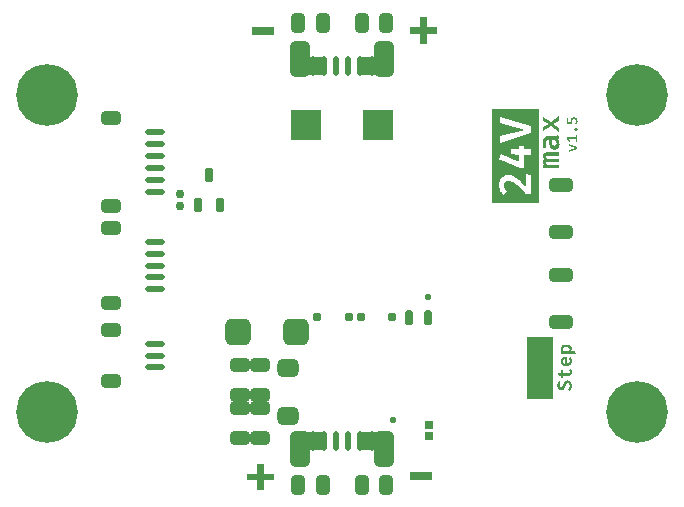
<source format=gts>
G04*
G04 #@! TF.GenerationSoftware,Altium Limited,Altium Designer,22.0.2 (36)*
G04*
G04 Layer_Color=8388736*
%FSLAX25Y25*%
%MOIN*%
G70*
G04*
G04 #@! TF.SameCoordinates,A7353FC2-99F2-474C-B2A2-24993EA34B63*
G04*
G04*
G04 #@! TF.FilePolarity,Negative*
G04*
G01*
G75*
G04:AMPARAMS|DCode=28|XSize=85.04mil|YSize=88.98mil|CornerRadius=21.26mil|HoleSize=0mil|Usage=FLASHONLY|Rotation=0.000|XOffset=0mil|YOffset=0mil|HoleType=Round|Shape=RoundedRectangle|*
%AMROUNDEDRECTD28*
21,1,0.08504,0.04646,0,0,0.0*
21,1,0.04252,0.08898,0,0,0.0*
1,1,0.04252,0.02126,-0.02323*
1,1,0.04252,-0.02126,-0.02323*
1,1,0.04252,-0.02126,0.02323*
1,1,0.04252,0.02126,0.02323*
%
%ADD28ROUNDEDRECTD28*%
G04:AMPARAMS|DCode=30|XSize=25mil|YSize=50mil|CornerRadius=6.25mil|HoleSize=0mil|Usage=FLASHONLY|Rotation=0.000|XOffset=0mil|YOffset=0mil|HoleType=Round|Shape=RoundedRectangle|*
%AMROUNDEDRECTD30*
21,1,0.02500,0.03750,0,0,0.0*
21,1,0.01250,0.05000,0,0,0.0*
1,1,0.01250,0.00625,-0.01875*
1,1,0.01250,-0.00625,-0.01875*
1,1,0.01250,-0.00625,0.01875*
1,1,0.01250,0.00625,0.01875*
%
%ADD30ROUNDEDRECTD30*%
G04:AMPARAMS|DCode=31|XSize=65mil|YSize=120mil|CornerRadius=16.25mil|HoleSize=0mil|Usage=FLASHONLY|Rotation=180.000|XOffset=0mil|YOffset=0mil|HoleType=Round|Shape=RoundedRectangle|*
%AMROUNDEDRECTD31*
21,1,0.06500,0.08750,0,0,180.0*
21,1,0.03250,0.12000,0,0,180.0*
1,1,0.03250,-0.01625,0.04375*
1,1,0.03250,0.01625,0.04375*
1,1,0.03250,0.01625,-0.04375*
1,1,0.03250,-0.01625,-0.04375*
%
%ADD31ROUNDEDRECTD31*%
%ADD32R,0.06500X0.06000*%
%ADD33R,0.07700X0.02500*%
%ADD34R,0.08900X0.21100*%
%ADD35R,0.10000X0.10000*%
G04:AMPARAMS|DCode=36|XSize=21.75mil|YSize=65.06mil|CornerRadius=6.94mil|HoleSize=0mil|Usage=FLASHONLY|Rotation=90.000|XOffset=0mil|YOffset=0mil|HoleType=Round|Shape=RoundedRectangle|*
%AMROUNDEDRECTD36*
21,1,0.02175,0.05118,0,0,90.0*
21,1,0.00787,0.06506,0,0,90.0*
1,1,0.01387,0.02559,0.00394*
1,1,0.01387,0.02559,-0.00394*
1,1,0.01387,-0.02559,-0.00394*
1,1,0.01387,-0.02559,0.00394*
%
%ADD36ROUNDEDRECTD36*%
G04:AMPARAMS|DCode=37|XSize=45.37mil|YSize=65.06mil|CornerRadius=12.84mil|HoleSize=0mil|Usage=FLASHONLY|Rotation=90.000|XOffset=0mil|YOffset=0mil|HoleType=Round|Shape=RoundedRectangle|*
%AMROUNDEDRECTD37*
21,1,0.04537,0.03937,0,0,90.0*
21,1,0.01968,0.06506,0,0,90.0*
1,1,0.02568,0.01968,0.00984*
1,1,0.02568,0.01968,-0.00984*
1,1,0.02568,-0.01968,-0.00984*
1,1,0.02568,-0.01968,0.00984*
%
%ADD37ROUNDEDRECTD37*%
G04:AMPARAMS|DCode=38|XSize=26mil|YSize=26mil|CornerRadius=8mil|HoleSize=0mil|Usage=FLASHONLY|Rotation=0.000|XOffset=0mil|YOffset=0mil|HoleType=Round|Shape=RoundedRectangle|*
%AMROUNDEDRECTD38*
21,1,0.02600,0.01000,0,0,0.0*
21,1,0.01000,0.02600,0,0,0.0*
1,1,0.01600,0.00500,-0.00500*
1,1,0.01600,-0.00500,-0.00500*
1,1,0.01600,-0.00500,0.00500*
1,1,0.01600,0.00500,0.00500*
%
%ADD38ROUNDEDRECTD38*%
G04:AMPARAMS|DCode=39|XSize=29.62mil|YSize=45.37mil|CornerRadius=8.91mil|HoleSize=0mil|Usage=FLASHONLY|Rotation=180.000|XOffset=0mil|YOffset=0mil|HoleType=Round|Shape=RoundedRectangle|*
%AMROUNDEDRECTD39*
21,1,0.02962,0.02756,0,0,180.0*
21,1,0.01181,0.04537,0,0,180.0*
1,1,0.01781,-0.00591,0.01378*
1,1,0.01781,0.00591,0.01378*
1,1,0.01781,0.00591,-0.01378*
1,1,0.01781,-0.00591,-0.01378*
%
%ADD39ROUNDEDRECTD39*%
G04:AMPARAMS|DCode=40|XSize=46mil|YSize=66mil|CornerRadius=13mil|HoleSize=0mil|Usage=FLASHONLY|Rotation=180.000|XOffset=0mil|YOffset=0mil|HoleType=Round|Shape=RoundedRectangle|*
%AMROUNDEDRECTD40*
21,1,0.04600,0.04000,0,0,180.0*
21,1,0.02000,0.06600,0,0,180.0*
1,1,0.02600,-0.01000,0.02000*
1,1,0.02600,0.01000,0.02000*
1,1,0.02600,0.01000,-0.02000*
1,1,0.02600,-0.01000,-0.02000*
%
%ADD40ROUNDEDRECTD40*%
G04:AMPARAMS|DCode=41|XSize=22mil|YSize=22mil|CornerRadius=11mil|HoleSize=0mil|Usage=FLASHONLY|Rotation=270.000|XOffset=0mil|YOffset=0mil|HoleType=Round|Shape=RoundedRectangle|*
%AMROUNDEDRECTD41*
21,1,0.02200,0.00000,0,0,270.0*
21,1,0.00000,0.02200,0,0,270.0*
1,1,0.02200,0.00000,0.00000*
1,1,0.02200,0.00000,0.00000*
1,1,0.02200,0.00000,0.00000*
1,1,0.02200,0.00000,0.00000*
%
%ADD41ROUNDEDRECTD41*%
G04:AMPARAMS|DCode=42|XSize=45.37mil|YSize=65.06mil|CornerRadius=12.84mil|HoleSize=0mil|Usage=FLASHONLY|Rotation=0.000|XOffset=0mil|YOffset=0mil|HoleType=Round|Shape=RoundedRectangle|*
%AMROUNDEDRECTD42*
21,1,0.04537,0.03937,0,0,0.0*
21,1,0.01968,0.06506,0,0,0.0*
1,1,0.02568,0.00984,-0.01968*
1,1,0.02568,-0.00984,-0.01968*
1,1,0.02568,-0.00984,0.01968*
1,1,0.02568,0.00984,0.01968*
%
%ADD42ROUNDEDRECTD42*%
G04:AMPARAMS|DCode=43|XSize=21.75mil|YSize=65.06mil|CornerRadius=6.94mil|HoleSize=0mil|Usage=FLASHONLY|Rotation=180.000|XOffset=0mil|YOffset=0mil|HoleType=Round|Shape=RoundedRectangle|*
%AMROUNDEDRECTD43*
21,1,0.02175,0.05118,0,0,180.0*
21,1,0.00787,0.06506,0,0,180.0*
1,1,0.01387,-0.00394,0.02559*
1,1,0.01387,0.00394,0.02559*
1,1,0.01387,0.00394,-0.02559*
1,1,0.01387,-0.00394,-0.02559*
%
%ADD43ROUNDEDRECTD43*%
%ADD44R,0.02568X0.02568*%
G04:AMPARAMS|DCode=45|XSize=46mil|YSize=80mil|CornerRadius=13mil|HoleSize=0mil|Usage=FLASHONLY|Rotation=90.000|XOffset=0mil|YOffset=0mil|HoleType=Round|Shape=RoundedRectangle|*
%AMROUNDEDRECTD45*
21,1,0.04600,0.05400,0,0,90.0*
21,1,0.02000,0.08000,0,0,90.0*
1,1,0.02600,0.02700,0.01000*
1,1,0.02600,0.02700,-0.01000*
1,1,0.02600,-0.02700,-0.01000*
1,1,0.02600,-0.02700,0.01000*
%
%ADD45ROUNDEDRECTD45*%
G04:AMPARAMS|DCode=46|XSize=65.06mil|YSize=45.37mil|CornerRadius=12.84mil|HoleSize=0mil|Usage=FLASHONLY|Rotation=180.000|XOffset=0mil|YOffset=0mil|HoleType=Round|Shape=RoundedRectangle|*
%AMROUNDEDRECTD46*
21,1,0.06506,0.01968,0,0,180.0*
21,1,0.03937,0.04537,0,0,180.0*
1,1,0.02568,-0.01968,0.00984*
1,1,0.02568,0.01968,0.00984*
1,1,0.02568,0.01968,-0.00984*
1,1,0.02568,-0.01968,-0.00984*
%
%ADD46ROUNDEDRECTD46*%
G04:AMPARAMS|DCode=47|XSize=61mil|YSize=71mil|CornerRadius=16.75mil|HoleSize=0mil|Usage=FLASHONLY|Rotation=90.000|XOffset=0mil|YOffset=0mil|HoleType=Round|Shape=RoundedRectangle|*
%AMROUNDEDRECTD47*
21,1,0.06100,0.03750,0,0,90.0*
21,1,0.02750,0.07100,0,0,90.0*
1,1,0.03350,0.01875,0.01375*
1,1,0.03350,0.01875,-0.01375*
1,1,0.03350,-0.01875,-0.01375*
1,1,0.03350,-0.01875,0.01375*
%
%ADD47ROUNDEDRECTD47*%
G04:AMPARAMS|DCode=48|XSize=25.68mil|YSize=29.62mil|CornerRadius=7.92mil|HoleSize=0mil|Usage=FLASHONLY|Rotation=90.000|XOffset=0mil|YOffset=0mil|HoleType=Round|Shape=RoundedRectangle|*
%AMROUNDEDRECTD48*
21,1,0.02568,0.01378,0,0,90.0*
21,1,0.00984,0.02962,0,0,90.0*
1,1,0.01584,0.00689,0.00492*
1,1,0.01584,0.00689,-0.00492*
1,1,0.01584,-0.00689,-0.00492*
1,1,0.01584,-0.00689,0.00492*
%
%ADD48ROUNDEDRECTD48*%
%ADD49C,0.20600*%
G36*
X65500Y16983D02*
X49854D01*
Y48156D01*
X65500D01*
Y16983D01*
D02*
G37*
G36*
X72378Y44332D02*
X70267Y43110D01*
X72378Y41899D01*
Y40521D01*
X69556Y42388D01*
X67012Y40732D01*
Y42154D01*
X68834Y43154D01*
X67012Y44154D01*
Y45520D01*
X69511Y43910D01*
X72378Y45765D01*
Y44332D01*
D02*
G37*
G36*
X72500Y39232D02*
Y39221D01*
X72489Y39188D01*
Y39143D01*
X72478Y39077D01*
X72456Y39010D01*
X72433Y38921D01*
X72378Y38732D01*
X72289Y38532D01*
X72167Y38332D01*
X72089Y38255D01*
X72000Y38177D01*
X71911Y38110D01*
X71800Y38066D01*
X71811Y38055D01*
X71856Y38032D01*
X71911Y37977D01*
X71989Y37910D01*
X72078Y37821D01*
X72156Y37710D01*
X72245Y37577D01*
X72322Y37421D01*
X72333Y37399D01*
X72344Y37343D01*
X72378Y37255D01*
X72411Y37132D01*
X72444Y36988D01*
X72467Y36821D01*
X72489Y36644D01*
X72500Y36455D01*
Y36377D01*
X72489Y36321D01*
Y36244D01*
X72478Y36166D01*
X72444Y35977D01*
X72389Y35766D01*
X72311Y35544D01*
X72200Y35333D01*
X72044Y35133D01*
X72033D01*
X72022Y35110D01*
X71956Y35055D01*
X71856Y34977D01*
X71711Y34888D01*
X71533Y34799D01*
X71322Y34722D01*
X71078Y34666D01*
X70945Y34655D01*
X70800Y34644D01*
X70789D01*
X70767D01*
X70722D01*
X70656Y34655D01*
X70589Y34666D01*
X70500Y34677D01*
X70311Y34733D01*
X70100Y34811D01*
X69989Y34866D01*
X69878Y34933D01*
X69778Y35010D01*
X69667Y35099D01*
X69567Y35199D01*
X69478Y35322D01*
X69467Y35333D01*
X69456Y35355D01*
X69434Y35388D01*
X69400Y35444D01*
X69367Y35522D01*
X69334Y35599D01*
X69289Y35699D01*
X69245Y35810D01*
X69200Y35944D01*
X69156Y36077D01*
X69123Y36233D01*
X69089Y36399D01*
X69056Y36588D01*
X69034Y36777D01*
X69011Y36988D01*
Y37843D01*
X68767D01*
X68745D01*
X68700D01*
X68623Y37832D01*
X68523Y37810D01*
X68423Y37777D01*
X68312Y37732D01*
X68223Y37666D01*
X68134Y37577D01*
X68123Y37566D01*
X68100Y37532D01*
X68067Y37466D01*
X68034Y37388D01*
X68001Y37277D01*
X67967Y37144D01*
X67945Y36988D01*
X67934Y36799D01*
Y36699D01*
X67945Y36621D01*
Y36533D01*
X67956Y36421D01*
X67978Y36310D01*
X68001Y36177D01*
Y36166D01*
X68012Y36110D01*
X68023Y36044D01*
X68045Y35944D01*
X68078Y35822D01*
X68111Y35677D01*
X68145Y35522D01*
X68189Y35355D01*
X67267Y35044D01*
Y35055D01*
X67245Y35088D01*
X67234Y35144D01*
X67200Y35221D01*
X67178Y35310D01*
X67145Y35410D01*
X67112Y35533D01*
X67067Y35666D01*
X67001Y35955D01*
X66934Y36277D01*
X66889Y36621D01*
X66878Y36966D01*
Y37066D01*
X66889Y37144D01*
Y37232D01*
X66901Y37332D01*
X66934Y37566D01*
X66989Y37832D01*
X67078Y38099D01*
X67200Y38355D01*
X67267Y38466D01*
X67356Y38577D01*
Y38588D01*
X67378Y38599D01*
X67445Y38666D01*
X67556Y38754D01*
X67700Y38855D01*
X67889Y38954D01*
X68123Y39043D01*
X68389Y39110D01*
X68545Y39121D01*
X68700Y39132D01*
X71022D01*
X71034D01*
X71067D01*
X71111D01*
X71167Y39143D01*
X71300Y39166D01*
X71356Y39177D01*
X71411Y39199D01*
X71433Y39210D01*
X71456Y39232D01*
X71478Y39266D01*
X71511Y39310D01*
X71544Y39366D01*
X71578Y39432D01*
X71611Y39521D01*
X72500Y39232D01*
D02*
G37*
G36*
X72378Y32588D02*
X68589D01*
X68567D01*
X68523D01*
X68456D01*
X68367Y32577D01*
X68189Y32566D01*
X68111Y32555D01*
X68056Y32533D01*
X68045D01*
X68034Y32522D01*
X67989Y32489D01*
X67945Y32433D01*
X67923Y32388D01*
Y32333D01*
X67934Y32277D01*
X67945Y32211D01*
X67978Y32122D01*
X68034Y32022D01*
X68111Y31911D01*
X68223Y31789D01*
X68367Y31677D01*
X72378D01*
Y30589D01*
X68589D01*
X68567D01*
X68523D01*
X68456D01*
X68367Y30578D01*
X68189Y30566D01*
X68111Y30555D01*
X68056Y30533D01*
X68045D01*
X68034Y30522D01*
X67989Y30489D01*
X67945Y30433D01*
X67923Y30389D01*
Y30333D01*
X67934Y30278D01*
X67945Y30211D01*
X67978Y30122D01*
X68034Y30022D01*
X68111Y29911D01*
X68223Y29789D01*
X68367Y29678D01*
X72378D01*
Y28500D01*
X67012D01*
Y29511D01*
X67567Y29566D01*
X67556D01*
X67512Y29589D01*
X67456Y29611D01*
X67389Y29655D01*
X67312Y29700D01*
X67223Y29766D01*
X67145Y29844D01*
X67067Y29944D01*
X67056Y29955D01*
X67034Y29989D01*
X67012Y30055D01*
X66967Y30133D01*
X66934Y30233D01*
X66912Y30344D01*
X66889Y30466D01*
X66878Y30611D01*
Y30678D01*
X66889Y30733D01*
X66912Y30855D01*
X66956Y31011D01*
X67034Y31166D01*
X67089Y31244D01*
X67145Y31322D01*
X67223Y31389D01*
X67312Y31444D01*
X67412Y31500D01*
X67523Y31533D01*
X67512Y31544D01*
X67478Y31555D01*
X67423Y31589D01*
X67356Y31633D01*
X67289Y31688D01*
X67212Y31755D01*
X67134Y31844D01*
X67067Y31944D01*
X67056Y31955D01*
X67034Y32000D01*
X67012Y32055D01*
X66967Y32144D01*
X66934Y32244D01*
X66912Y32366D01*
X66889Y32489D01*
X66878Y32633D01*
Y32722D01*
X66901Y32811D01*
X66923Y32933D01*
X66967Y33066D01*
X67034Y33200D01*
X67123Y33333D01*
X67245Y33455D01*
X67256Y33466D01*
X67312Y33500D01*
X67400Y33555D01*
X67523Y33611D01*
X67689Y33655D01*
X67901Y33711D01*
X68145Y33744D01*
X68278Y33755D01*
X68434D01*
X72378D01*
Y32588D01*
D02*
G37*
G36*
X28336Y75590D02*
X31649D01*
Y73350D01*
X28336D01*
Y70000D01*
X26041D01*
Y73350D01*
X22727D01*
Y75590D01*
X26041D01*
Y78959D01*
X28336D01*
Y75590D01*
D02*
G37*
G36*
X74828Y-30331D02*
X74902D01*
X74983Y-30346D01*
X75072Y-30353D01*
X75175Y-30368D01*
X75390Y-30413D01*
X75619Y-30479D01*
X75730Y-30516D01*
X75841Y-30568D01*
X75945Y-30620D01*
X76049Y-30686D01*
X76056Y-30694D01*
X76071Y-30701D01*
X76093Y-30723D01*
X76130Y-30753D01*
X76167Y-30790D01*
X76211Y-30834D01*
X76256Y-30886D01*
X76308Y-30945D01*
X76352Y-31019D01*
X76404Y-31093D01*
X76448Y-31182D01*
X76485Y-31271D01*
X76522Y-31375D01*
X76544Y-31486D01*
X76559Y-31597D01*
X76567Y-31722D01*
Y-31774D01*
X76559Y-31811D01*
X76552Y-31863D01*
X76544Y-31915D01*
X76522Y-32033D01*
X76478Y-32166D01*
X76411Y-32300D01*
X76367Y-32366D01*
X76315Y-32425D01*
X76263Y-32477D01*
X76197Y-32529D01*
X77802D01*
X77891Y-33395D01*
X72911D01*
Y-32633D01*
X73348Y-32603D01*
X73340Y-32596D01*
X73311Y-32581D01*
X73266Y-32559D01*
X73214Y-32514D01*
X73148Y-32462D01*
X73089Y-32403D01*
X73029Y-32322D01*
X72970Y-32226D01*
X72963Y-32211D01*
X72948Y-32181D01*
X72926Y-32122D01*
X72896Y-32048D01*
X72867Y-31959D01*
X72844Y-31863D01*
X72830Y-31752D01*
X72822Y-31641D01*
Y-31582D01*
X72837Y-31523D01*
X72852Y-31434D01*
X72881Y-31338D01*
X72918Y-31227D01*
X72978Y-31108D01*
X73052Y-30982D01*
X73155Y-30857D01*
X73274Y-30738D01*
X73348Y-30686D01*
X73429Y-30627D01*
X73518Y-30575D01*
X73607Y-30531D01*
X73710Y-30487D01*
X73821Y-30442D01*
X73940Y-30413D01*
X74073Y-30383D01*
X74213Y-30353D01*
X74361Y-30339D01*
X74517Y-30324D01*
X74687D01*
X74694D01*
X74724D01*
X74768D01*
X74828Y-30331D01*
D02*
G37*
G36*
X74791Y-34357D02*
X74857Y-34364D01*
X74998Y-34379D01*
Y-36658D01*
X75005D01*
X75013D01*
X75035Y-36651D01*
X75064D01*
X75138Y-36636D01*
X75235Y-36614D01*
X75338Y-36577D01*
X75449Y-36532D01*
X75553Y-36473D01*
X75649Y-36392D01*
X75656Y-36377D01*
X75686Y-36347D01*
X75723Y-36296D01*
X75760Y-36222D01*
X75804Y-36133D01*
X75841Y-36029D01*
X75871Y-35918D01*
X75878Y-35785D01*
Y-35748D01*
X75871Y-35696D01*
Y-35637D01*
X75864Y-35570D01*
X75849Y-35496D01*
X75812Y-35341D01*
X75804Y-35334D01*
X75797Y-35304D01*
X75782Y-35260D01*
X75753Y-35200D01*
X75723Y-35134D01*
X75679Y-35052D01*
X75634Y-34956D01*
X75575Y-34860D01*
X76100Y-34497D01*
X76108Y-34512D01*
X76137Y-34542D01*
X76182Y-34601D01*
X76234Y-34675D01*
X76293Y-34764D01*
X76352Y-34875D01*
X76411Y-34986D01*
X76456Y-35112D01*
X76463Y-35126D01*
X76470Y-35171D01*
X76493Y-35237D01*
X76507Y-35326D01*
X76530Y-35430D01*
X76552Y-35548D01*
X76559Y-35681D01*
X76567Y-35815D01*
Y-35896D01*
X76559Y-35948D01*
X76552Y-36022D01*
X76537Y-36096D01*
X76522Y-36185D01*
X76500Y-36281D01*
X76478Y-36384D01*
X76441Y-36488D01*
X76404Y-36592D01*
X76352Y-36703D01*
X76293Y-36806D01*
X76226Y-36910D01*
X76145Y-37006D01*
X76056Y-37095D01*
X76049Y-37102D01*
X76034Y-37117D01*
X76004Y-37139D01*
X75960Y-37161D01*
X75908Y-37198D01*
X75849Y-37235D01*
X75775Y-37280D01*
X75693Y-37317D01*
X75605Y-37361D01*
X75501Y-37406D01*
X75390Y-37443D01*
X75264Y-37472D01*
X75138Y-37502D01*
X74998Y-37524D01*
X74850Y-37539D01*
X74694Y-37546D01*
X74687D01*
X74672D01*
X74643D01*
X74606D01*
X74561Y-37539D01*
X74502D01*
X74376Y-37524D01*
X74228Y-37502D01*
X74073Y-37465D01*
X73903Y-37420D01*
X73740Y-37354D01*
X73732D01*
X73718Y-37346D01*
X73695Y-37332D01*
X73666Y-37317D01*
X73592Y-37272D01*
X73496Y-37206D01*
X73385Y-37124D01*
X73274Y-37028D01*
X73163Y-36917D01*
X73066Y-36784D01*
Y-36777D01*
X73059Y-36769D01*
X73044Y-36747D01*
X73029Y-36717D01*
X72992Y-36636D01*
X72941Y-36532D01*
X72896Y-36407D01*
X72859Y-36251D01*
X72830Y-36088D01*
X72822Y-35903D01*
Y-35837D01*
X72830Y-35785D01*
X72837Y-35726D01*
X72844Y-35652D01*
X72859Y-35578D01*
X72881Y-35489D01*
X72941Y-35311D01*
X72978Y-35215D01*
X73022Y-35119D01*
X73081Y-35030D01*
X73148Y-34941D01*
X73222Y-34853D01*
X73303Y-34771D01*
X73311Y-34764D01*
X73325Y-34756D01*
X73355Y-34734D01*
X73392Y-34705D01*
X73436Y-34675D01*
X73496Y-34638D01*
X73570Y-34601D01*
X73644Y-34557D01*
X73732Y-34520D01*
X73836Y-34483D01*
X73940Y-34446D01*
X74058Y-34416D01*
X74184Y-34386D01*
X74317Y-34364D01*
X74458Y-34357D01*
X74606Y-34349D01*
X74613D01*
X74643D01*
X74680D01*
X74731D01*
X74791Y-34357D01*
D02*
G37*
G36*
X76271Y-38397D02*
X76293Y-38427D01*
X76315Y-38479D01*
X76352Y-38538D01*
X76389Y-38612D01*
X76426Y-38701D01*
X76463Y-38789D01*
X76493Y-38893D01*
Y-38908D01*
X76507Y-38937D01*
X76515Y-38989D01*
X76530Y-39063D01*
X76544Y-39145D01*
X76552Y-39241D01*
X76567Y-39344D01*
Y-39515D01*
X76559Y-39559D01*
Y-39611D01*
X76552Y-39670D01*
X76530Y-39811D01*
X76485Y-39966D01*
X76433Y-40121D01*
X76352Y-40277D01*
X76308Y-40351D01*
X76248Y-40417D01*
X76241D01*
X76234Y-40432D01*
X76189Y-40469D01*
X76115Y-40521D01*
X76019Y-40580D01*
X75893Y-40647D01*
X75745Y-40699D01*
X75575Y-40736D01*
X75479Y-40743D01*
X75375Y-40750D01*
X73577D01*
Y-41520D01*
X72911D01*
Y-40750D01*
X72149D01*
X72053Y-39892D01*
X72911D01*
Y-38723D01*
X73577Y-38812D01*
Y-39892D01*
X75368D01*
X75383D01*
X75412D01*
X75457Y-39885D01*
X75508Y-39877D01*
X75575Y-39862D01*
X75634Y-39840D01*
X75693Y-39811D01*
X75745Y-39766D01*
X75753Y-39759D01*
X75760Y-39744D01*
X75782Y-39714D01*
X75804Y-39670D01*
X75827Y-39611D01*
X75841Y-39537D01*
X75856Y-39455D01*
X75864Y-39352D01*
Y-39293D01*
X75856Y-39233D01*
X75841Y-39145D01*
X75819Y-39048D01*
X75790Y-38930D01*
X75745Y-38812D01*
X75686Y-38686D01*
X76263Y-38390D01*
X76271Y-38397D01*
D02*
G37*
G36*
X75301Y-42275D02*
X75397Y-42297D01*
X75516Y-42319D01*
X75642Y-42356D01*
X75775Y-42408D01*
X75901Y-42482D01*
X75915Y-42489D01*
X75952Y-42519D01*
X76012Y-42571D01*
X76078Y-42637D01*
X76160Y-42726D01*
X76241Y-42837D01*
X76322Y-42963D01*
X76396Y-43104D01*
Y-43111D01*
X76404Y-43118D01*
X76411Y-43148D01*
X76426Y-43178D01*
X76433Y-43215D01*
X76448Y-43259D01*
X76478Y-43377D01*
X76515Y-43518D01*
X76537Y-43681D01*
X76559Y-43858D01*
X76567Y-44058D01*
Y-44103D01*
X76559Y-44162D01*
Y-44236D01*
X76544Y-44325D01*
X76530Y-44428D01*
X76515Y-44547D01*
X76485Y-44672D01*
X76448Y-44813D01*
X76404Y-44954D01*
X76352Y-45094D01*
X76293Y-45235D01*
X76219Y-45383D01*
X76130Y-45523D01*
X76026Y-45657D01*
X75915Y-45782D01*
X75375Y-45301D01*
X75383Y-45294D01*
X75397Y-45279D01*
X75420Y-45250D01*
X75449Y-45205D01*
X75486Y-45153D01*
X75531Y-45094D01*
X75568Y-45020D01*
X75612Y-44946D01*
X75664Y-44857D01*
X75701Y-44761D01*
X75782Y-44547D01*
X75812Y-44436D01*
X75834Y-44310D01*
X75849Y-44191D01*
X75856Y-44058D01*
Y-43992D01*
X75849Y-43925D01*
X75834Y-43836D01*
X75812Y-43740D01*
X75782Y-43636D01*
X75745Y-43533D01*
X75686Y-43437D01*
X75679Y-43429D01*
X75656Y-43400D01*
X75612Y-43363D01*
X75560Y-43311D01*
X75486Y-43266D01*
X75405Y-43229D01*
X75301Y-43200D01*
X75190Y-43192D01*
X75183D01*
X75161D01*
X75124D01*
X75079Y-43200D01*
X74983Y-43222D01*
X74887Y-43266D01*
X74879D01*
X74865Y-43281D01*
X74842Y-43296D01*
X74813Y-43326D01*
X74776Y-43355D01*
X74739Y-43400D01*
X74694Y-43451D01*
X74657Y-43518D01*
X74650Y-43525D01*
X74643Y-43555D01*
X74620Y-43592D01*
X74591Y-43659D01*
X74561Y-43733D01*
X74524Y-43829D01*
X74487Y-43940D01*
X74450Y-44066D01*
Y-44073D01*
X74443Y-44095D01*
X74428Y-44140D01*
X74406Y-44191D01*
X74384Y-44251D01*
X74361Y-44325D01*
X74332Y-44406D01*
X74295Y-44495D01*
X74213Y-44680D01*
X74125Y-44865D01*
X74014Y-45042D01*
X73962Y-45124D01*
X73903Y-45198D01*
X73895Y-45205D01*
X73888Y-45213D01*
X73843Y-45257D01*
X73769Y-45316D01*
X73673Y-45383D01*
X73547Y-45449D01*
X73399Y-45509D01*
X73237Y-45553D01*
X73140Y-45560D01*
X73044Y-45568D01*
X73037D01*
X73029D01*
X73007D01*
X72978D01*
X72911Y-45553D01*
X72822Y-45538D01*
X72719Y-45516D01*
X72600Y-45479D01*
X72489Y-45427D01*
X72378Y-45361D01*
X72363Y-45353D01*
X72326Y-45324D01*
X72275Y-45272D01*
X72208Y-45205D01*
X72134Y-45124D01*
X72060Y-45028D01*
X71993Y-44909D01*
X71927Y-44783D01*
Y-44776D01*
X71919Y-44769D01*
X71912Y-44746D01*
X71905Y-44717D01*
X71875Y-44643D01*
X71845Y-44539D01*
X71816Y-44421D01*
X71786Y-44280D01*
X71771Y-44125D01*
X71764Y-43955D01*
Y-43910D01*
X71771Y-43866D01*
Y-43799D01*
X71779Y-43718D01*
X71794Y-43622D01*
X71816Y-43518D01*
X71838Y-43407D01*
X71868Y-43281D01*
X71912Y-43155D01*
X71956Y-43022D01*
X72016Y-42896D01*
X72082Y-42763D01*
X72164Y-42630D01*
X72260Y-42504D01*
X72363Y-42378D01*
X72881Y-42837D01*
X72874Y-42845D01*
X72867Y-42859D01*
X72844Y-42889D01*
X72822Y-42926D01*
X72785Y-42970D01*
X72756Y-43022D01*
X72719Y-43089D01*
X72682Y-43155D01*
X72608Y-43318D01*
X72541Y-43496D01*
X72497Y-43696D01*
X72489Y-43799D01*
X72482Y-43910D01*
Y-43969D01*
X72489Y-44029D01*
X72497Y-44103D01*
X72519Y-44191D01*
X72541Y-44288D01*
X72578Y-44376D01*
X72622Y-44458D01*
X72630Y-44465D01*
X72645Y-44487D01*
X72674Y-44524D01*
X72719Y-44554D01*
X72770Y-44591D01*
X72837Y-44628D01*
X72911Y-44650D01*
X73000Y-44658D01*
X73007D01*
X73022D01*
X73052Y-44650D01*
X73089D01*
X73177Y-44621D01*
X73222Y-44606D01*
X73266Y-44576D01*
X73274Y-44569D01*
X73288Y-44561D01*
X73303Y-44539D01*
X73333Y-44502D01*
X73362Y-44465D01*
X73399Y-44413D01*
X73436Y-44347D01*
X73473Y-44273D01*
X73481Y-44265D01*
X73488Y-44236D01*
X73510Y-44184D01*
X73540Y-44117D01*
X73570Y-44029D01*
X73607Y-43918D01*
X73651Y-43792D01*
X73695Y-43651D01*
Y-43644D01*
X73703Y-43622D01*
X73718Y-43585D01*
X73732Y-43540D01*
X73755Y-43488D01*
X73777Y-43422D01*
X73836Y-43274D01*
X73910Y-43111D01*
X73999Y-42941D01*
X74102Y-42778D01*
X74221Y-42630D01*
Y-42623D01*
X74236Y-42615D01*
X74280Y-42571D01*
X74354Y-42512D01*
X74458Y-42445D01*
X74583Y-42378D01*
X74746Y-42327D01*
X74931Y-42282D01*
X75035Y-42275D01*
X75146Y-42267D01*
X75153D01*
X75168D01*
X75190D01*
X75220D01*
X75301Y-42275D01*
D02*
G37*
G36*
X77390Y45422D02*
X77429D01*
X77512Y45405D01*
X77612Y45389D01*
X77717Y45361D01*
X77828Y45322D01*
X77934Y45267D01*
X77939D01*
X77945Y45261D01*
X77978Y45239D01*
X78028Y45200D01*
X78089Y45156D01*
X78156Y45089D01*
X78228Y45011D01*
X78294Y44923D01*
X78356Y44823D01*
Y44817D01*
X78361Y44811D01*
X78367Y44795D01*
X78378Y44773D01*
X78400Y44712D01*
X78428Y44634D01*
X78456Y44540D01*
X78478Y44423D01*
X78494Y44301D01*
X78500Y44162D01*
Y44134D01*
X78494Y44101D01*
Y44057D01*
X78483Y44001D01*
X78472Y43935D01*
X78461Y43863D01*
X78439Y43785D01*
X78411Y43701D01*
X78383Y43613D01*
X78345Y43524D01*
X78294Y43435D01*
X78239Y43341D01*
X78178Y43252D01*
X78100Y43163D01*
X78017Y43080D01*
X77656Y43457D01*
X77662Y43463D01*
X77667Y43474D01*
X77684Y43491D01*
X77706Y43513D01*
X77728Y43541D01*
X77756Y43574D01*
X77817Y43657D01*
X77878Y43763D01*
X77928Y43879D01*
X77950Y43940D01*
X77961Y44007D01*
X77973Y44073D01*
X77978Y44140D01*
Y44151D01*
X77973Y44190D01*
X77967Y44240D01*
X77956Y44306D01*
X77934Y44379D01*
X77906Y44451D01*
X77862Y44523D01*
X77806Y44589D01*
X77795Y44595D01*
X77773Y44617D01*
X77734Y44645D01*
X77679Y44673D01*
X77606Y44706D01*
X77517Y44728D01*
X77418Y44750D01*
X77301Y44756D01*
X77296D01*
X77284D01*
X77268D01*
X77246D01*
X77190Y44750D01*
X77118Y44739D01*
X77040Y44723D01*
X76963Y44695D01*
X76890Y44662D01*
X76829Y44617D01*
X76824Y44612D01*
X76807Y44595D01*
X76779Y44562D01*
X76752Y44523D01*
X76729Y44467D01*
X76702Y44406D01*
X76685Y44334D01*
X76679Y44251D01*
Y44212D01*
X76685Y44184D01*
X76691Y44118D01*
X76707Y44034D01*
Y44029D01*
X76713Y44018D01*
X76718Y43996D01*
X76729Y43962D01*
X76740Y43929D01*
X76757Y43885D01*
X76796Y43785D01*
Y43319D01*
X74964D01*
Y45311D01*
X75470Y45233D01*
Y43940D01*
X76313D01*
X76308Y43951D01*
X76291Y43973D01*
X76274Y44018D01*
X76247Y44079D01*
X76224Y44151D01*
X76208Y44234D01*
X76191Y44334D01*
X76186Y44445D01*
Y44495D01*
X76191Y44545D01*
X76202Y44617D01*
X76219Y44695D01*
X76247Y44778D01*
X76280Y44867D01*
X76324Y44950D01*
X76330Y44961D01*
X76346Y44989D01*
X76380Y45028D01*
X76424Y45078D01*
X76480Y45133D01*
X76546Y45195D01*
X76624Y45250D01*
X76713Y45300D01*
X76724Y45305D01*
X76757Y45322D01*
X76807Y45339D01*
X76879Y45366D01*
X76968Y45389D01*
X77068Y45405D01*
X77179Y45422D01*
X77301Y45428D01*
X77307D01*
X77318D01*
X77334D01*
X77362D01*
X77390Y45422D01*
D02*
G37*
G36*
X78056Y41803D02*
X78106Y41792D01*
X78167Y41770D01*
X78228Y41748D01*
X78289Y41709D01*
X78350Y41659D01*
X78356Y41654D01*
X78372Y41631D01*
X78400Y41598D01*
X78422Y41559D01*
X78450Y41504D01*
X78478Y41437D01*
X78494Y41365D01*
X78500Y41287D01*
Y41248D01*
X78494Y41210D01*
X78483Y41160D01*
X78461Y41099D01*
X78439Y41037D01*
X78400Y40977D01*
X78350Y40915D01*
X78345Y40910D01*
X78322Y40893D01*
X78289Y40865D01*
X78245Y40843D01*
X78195Y40815D01*
X78128Y40788D01*
X78056Y40771D01*
X77978Y40766D01*
X77967D01*
X77945D01*
X77906Y40771D01*
X77856Y40782D01*
X77795Y40804D01*
X77740Y40827D01*
X77679Y40865D01*
X77617Y40915D01*
X77612Y40921D01*
X77595Y40943D01*
X77567Y40977D01*
X77540Y41021D01*
X77517Y41071D01*
X77490Y41137D01*
X77473Y41210D01*
X77468Y41287D01*
Y41326D01*
X77473Y41365D01*
X77484Y41415D01*
X77506Y41476D01*
X77529Y41537D01*
X77567Y41598D01*
X77617Y41659D01*
X77623Y41665D01*
X77645Y41681D01*
X77679Y41709D01*
X77717Y41737D01*
X77773Y41759D01*
X77834Y41787D01*
X77900Y41803D01*
X77978Y41809D01*
X77989D01*
X78017D01*
X78056Y41803D01*
D02*
G37*
G36*
X78439Y37319D02*
X77917D01*
Y38146D01*
X75625D01*
X76080Y37430D01*
X75636Y37164D01*
X74964Y38235D01*
Y38790D01*
X77917D01*
Y39461D01*
X78439D01*
Y37319D01*
D02*
G37*
G36*
Y35637D02*
Y34933D01*
X75758Y34000D01*
Y34683D01*
X77884Y35293D01*
X75758Y35915D01*
Y36570D01*
X78439Y35637D01*
D02*
G37*
G36*
X-26041Y-73350D02*
X-22727D01*
Y-75590D01*
X-26041D01*
Y-78959D01*
X-28336D01*
Y-75590D01*
X-31649D01*
Y-73350D01*
X-28336D01*
Y-70000D01*
X-26041D01*
Y-73350D01*
D02*
G37*
%LPC*%
G36*
X63000Y45656D02*
Y42391D01*
X52571Y45656D01*
D01*
Y36976D01*
X63000Y40242D01*
Y36976D01*
X52571D01*
X63000D01*
Y45656D01*
D02*
G37*
G36*
Y35960D02*
Y34744D01*
X60668D01*
Y35960D01*
X59102D01*
Y34744D01*
X56403D01*
Y33045D01*
X59102Y32878D01*
Y30679D01*
X52971Y33244D01*
X52354Y31629D01*
X59351Y28646D01*
X52354D01*
Y31629D01*
Y28646D01*
X63000D01*
D01*
X60668D01*
Y32861D01*
X63000D01*
Y35960D01*
D02*
G37*
G36*
Y26480D02*
Y26281D01*
X61401Y26480D01*
D01*
Y21882D01*
X61167Y22182D01*
X60934Y22466D01*
X60718Y22732D01*
X60501Y22982D01*
X60301Y23215D01*
X60101Y23432D01*
X59918Y23615D01*
X59768Y23798D01*
X59618Y23948D01*
X59485Y24081D01*
X59368Y24198D01*
X59268Y24298D01*
X59185Y24365D01*
X59135Y24415D01*
X59102Y24448D01*
X59085Y24465D01*
X58702Y24798D01*
X58335Y25064D01*
X58019Y25298D01*
X57735Y25498D01*
X57502Y25631D01*
X57319Y25731D01*
X57252Y25764D01*
X57202Y25798D01*
X57186Y25814D01*
X57169D01*
X56836Y25964D01*
X56519Y26064D01*
X56219Y26147D01*
X55936Y26197D01*
X55703Y26231D01*
X55536Y26247D01*
X55453D01*
X55403D01*
X55386D01*
X55370D01*
X55070Y26231D01*
X54787Y26181D01*
X54520Y26114D01*
X54303Y26047D01*
X54120Y25981D01*
X53970Y25914D01*
X53887Y25864D01*
X53854Y25847D01*
X53604Y25681D01*
X53404Y25498D01*
X53204Y25298D01*
X53054Y25114D01*
X52937Y24948D01*
X52837Y24814D01*
X52787Y24715D01*
X52771Y24698D01*
Y24681D01*
X52637Y24381D01*
X52538Y24081D01*
X52471Y23782D01*
X52421Y23498D01*
X52388Y23248D01*
X52371Y23049D01*
Y22882D01*
X52388Y22482D01*
X52438Y22116D01*
X52504Y21782D01*
X52571Y21499D01*
X52654Y21266D01*
X52721Y21099D01*
X52754Y21033D01*
X52771Y20983D01*
X52787Y20966D01*
Y20949D01*
X52954Y20650D01*
X53154Y20383D01*
X53370Y20133D01*
X53587Y19917D01*
X53787Y19733D01*
X53937Y19600D01*
X54004Y19550D01*
X54054Y19517D01*
X54070Y19483D01*
X52371D01*
X63000D01*
Y26480D01*
D02*
G37*
%LPD*%
G36*
X61084Y41341D02*
X52571Y39059D01*
Y43657D01*
X61084Y41341D01*
D02*
G37*
G36*
X55736Y24248D02*
X56003Y24198D01*
X56253Y24148D01*
X56469Y24081D01*
X56652Y23998D01*
X56802Y23948D01*
X56886Y23898D01*
X56902Y23882D01*
X56919D01*
X57186Y23715D01*
X57486Y23532D01*
X57769Y23315D01*
X58052Y23099D01*
X58285Y22899D01*
X58485Y22732D01*
X58552Y22665D01*
X58602Y22615D01*
X58635Y22599D01*
X58652Y22582D01*
X58852Y22399D01*
X59068Y22199D01*
X59535Y21732D01*
X60018Y21266D01*
X60484Y20799D01*
X60701Y20566D01*
X60901Y20366D01*
X61084Y20183D01*
X61234Y20016D01*
X61367Y19883D01*
X61467Y19783D01*
X61534Y19717D01*
X61551Y19700D01*
X63000D01*
Y19483D01*
X54087D01*
X55036Y20716D01*
X54820Y20916D01*
X54653Y21099D01*
X54503Y21266D01*
X54387Y21416D01*
X54303Y21532D01*
X54254Y21616D01*
X54220Y21682D01*
X54203Y21699D01*
X54120Y21866D01*
X54070Y22049D01*
X54020Y22232D01*
X54004Y22399D01*
X53987Y22549D01*
X53970Y22665D01*
Y22765D01*
X53987Y23015D01*
X54037Y23232D01*
X54104Y23415D01*
X54170Y23582D01*
X54237Y23698D01*
X54303Y23798D01*
X54353Y23848D01*
X54370Y23865D01*
X54537Y23998D01*
X54703Y24098D01*
X54887Y24165D01*
X55070Y24215D01*
X55220Y24248D01*
X55353Y24265D01*
X55436D01*
X55470D01*
X55736Y24248D01*
D02*
G37*
%LPC*%
G36*
X70911Y37843D02*
X69889D01*
Y37221D01*
X69900Y37088D01*
X69923Y36944D01*
X69945Y36766D01*
X69989Y36599D01*
X70045Y36444D01*
X70122Y36310D01*
X70134Y36299D01*
X70167Y36266D01*
X70211Y36210D01*
X70289Y36155D01*
X70378Y36099D01*
X70489Y36044D01*
X70622Y36010D01*
X70767Y35999D01*
X70778D01*
X70833D01*
X70900Y36010D01*
X70978Y36021D01*
X71067Y36044D01*
X71167Y36077D01*
X71256Y36121D01*
X71333Y36188D01*
X71345Y36199D01*
X71367Y36221D01*
X71389Y36277D01*
X71422Y36332D01*
X71467Y36421D01*
X71489Y36521D01*
X71511Y36644D01*
X71522Y36777D01*
Y36832D01*
X71511Y36888D01*
X71500Y36966D01*
X71478Y37066D01*
X71456Y37166D01*
X71411Y37266D01*
X71356Y37377D01*
X71345Y37388D01*
X71322Y37421D01*
X71289Y37477D01*
X71233Y37543D01*
X71178Y37621D01*
X71100Y37699D01*
X71011Y37777D01*
X70911Y37843D01*
D02*
G37*
G36*
X74805Y-31227D02*
X74694D01*
X74687D01*
X74665D01*
X74635D01*
X74591D01*
X74539Y-31234D01*
X74480D01*
X74339Y-31249D01*
X74191Y-31264D01*
X74043Y-31293D01*
X73903Y-31330D01*
X73836Y-31352D01*
X73784Y-31382D01*
X73769Y-31389D01*
X73740Y-31412D01*
X73695Y-31449D01*
X73644Y-31500D01*
X73599Y-31560D01*
X73555Y-31641D01*
X73525Y-31737D01*
X73510Y-31841D01*
Y-31878D01*
X73518Y-31915D01*
X73525Y-31967D01*
X73540Y-32026D01*
X73562Y-32092D01*
X73592Y-32159D01*
X73636Y-32226D01*
X73644Y-32233D01*
X73658Y-32255D01*
X73688Y-32285D01*
X73725Y-32329D01*
X73769Y-32381D01*
X73821Y-32425D01*
X73888Y-32477D01*
X73954Y-32529D01*
X75538D01*
X75553Y-32522D01*
X75590Y-32485D01*
X75649Y-32440D01*
X75708Y-32366D01*
X75767Y-32285D01*
X75827Y-32174D01*
X75864Y-32055D01*
X75871Y-31989D01*
X75878Y-31915D01*
Y-31900D01*
X75871Y-31856D01*
X75864Y-31796D01*
X75841Y-31722D01*
X75812Y-31641D01*
X75760Y-31552D01*
X75693Y-31478D01*
X75605Y-31404D01*
X75590Y-31397D01*
X75553Y-31375D01*
X75479Y-31345D01*
X75383Y-31315D01*
X75323Y-31301D01*
X75257Y-31286D01*
X75183Y-31271D01*
X75101Y-31256D01*
X75013Y-31241D01*
X74916Y-31234D01*
X74805Y-31227D01*
D02*
G37*
G36*
X74376Y-35193D02*
X74369D01*
X74361D01*
X74339D01*
X74310Y-35200D01*
X74236Y-35208D01*
X74139Y-35223D01*
X74043Y-35245D01*
X73932Y-35282D01*
X73829Y-35334D01*
X73732Y-35393D01*
X73725Y-35400D01*
X73695Y-35422D01*
X73658Y-35467D01*
X73607Y-35526D01*
X73562Y-35593D01*
X73525Y-35681D01*
X73496Y-35785D01*
X73488Y-35903D01*
Y-35955D01*
X73503Y-36014D01*
X73518Y-36088D01*
X73547Y-36170D01*
X73584Y-36259D01*
X73644Y-36347D01*
X73725Y-36429D01*
X73732Y-36436D01*
X73769Y-36458D01*
X73821Y-36495D01*
X73895Y-36532D01*
X73991Y-36577D01*
X74102Y-36614D01*
X74228Y-36643D01*
X74376Y-36666D01*
Y-35193D01*
D02*
G37*
%LPD*%
D28*
X-34646Y-26000D02*
D03*
X-15354D02*
D03*
D30*
X28547Y-21500D02*
D03*
X22454D02*
D03*
D31*
X14000Y-65000D02*
D03*
X-14000D02*
D03*
X14000Y65000D02*
D03*
X-14000D02*
D03*
D32*
X-9250Y-62500D02*
D03*
X9250D02*
D03*
Y62500D02*
D03*
X-9250D02*
D03*
D33*
X26350Y-74250D02*
D03*
X-26350Y74250D02*
D03*
D34*
X66141Y-38033D02*
D03*
D35*
X12000Y43000D02*
D03*
X-12000D02*
D03*
D36*
X-62500Y20689D02*
D03*
Y40374D02*
D03*
Y36437D02*
D03*
Y28563D02*
D03*
Y32500D02*
D03*
Y24626D02*
D03*
Y-30063D02*
D03*
Y-34000D02*
D03*
Y-37937D02*
D03*
Y-11874D02*
D03*
Y-4000D02*
D03*
Y-7937D02*
D03*
Y-63D02*
D03*
Y3874D02*
D03*
D37*
X-77000Y16000D02*
D03*
Y45063D02*
D03*
Y-25500D02*
D03*
Y-42500D02*
D03*
Y8500D02*
D03*
Y-16500D02*
D03*
D38*
X-54000Y19700D02*
D03*
Y15700D02*
D03*
D39*
X-48040Y16295D02*
D03*
X-40560D02*
D03*
X-44300Y26105D02*
D03*
D40*
X6500Y-77000D02*
D03*
X-6500D02*
D03*
X6500Y77000D02*
D03*
X-6500D02*
D03*
D41*
X28500Y-14501D02*
D03*
X17000Y-55500D02*
D03*
D42*
X-14532Y-77000D02*
D03*
X14532D02*
D03*
Y77000D02*
D03*
X-14532D02*
D03*
D43*
X5906Y-62500D02*
D03*
X-1969D02*
D03*
X1969D02*
D03*
X-5906D02*
D03*
X-9843D02*
D03*
X9843D02*
D03*
X-5906Y62500D02*
D03*
X1969D02*
D03*
X-1969D02*
D03*
X5906D02*
D03*
X9843D02*
D03*
X-9843D02*
D03*
D44*
X29000Y-57300D02*
D03*
Y-60700D02*
D03*
D45*
X73000Y-7200D02*
D03*
Y-22800D02*
D03*
Y7200D02*
D03*
Y22800D02*
D03*
D46*
X-27500Y-61500D02*
D03*
X-27500Y-51500D02*
D03*
X-34000Y-61500D02*
D03*
X-34000Y-51500D02*
D03*
X-34000Y-37000D02*
D03*
X-34000Y-47000D02*
D03*
X-27500Y-37000D02*
D03*
X-27500Y-47000D02*
D03*
D47*
X-18000Y-38000D02*
D03*
Y-54000D02*
D03*
D48*
X2234Y-21000D02*
D03*
X-8234D02*
D03*
X16734D02*
D03*
X6266D02*
D03*
D49*
X-98287Y-52776D02*
D03*
X98287D02*
D03*
Y52776D02*
D03*
X-98287D02*
D03*
M02*

</source>
